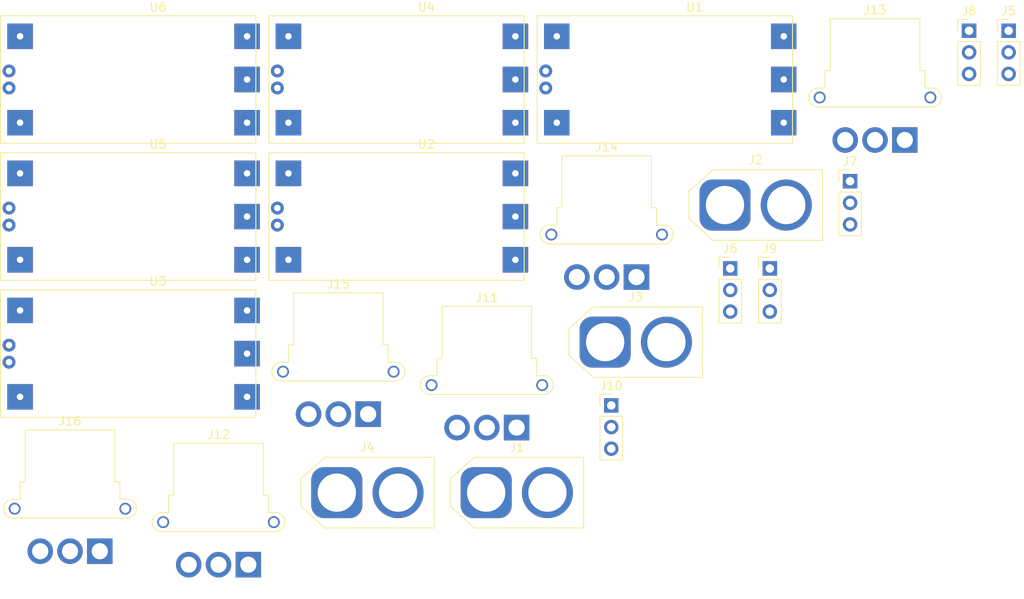
<source format=kicad_pcb>
(kicad_pcb (version 20171130) (host pcbnew "(5.1.10)-1")

  (general
    (thickness 1.6)
    (drawings 0)
    (tracks 0)
    (zones 0)
    (modules 22)
    (nets 29)
  )

  (page A4)
  (layers
    (0 F.Cu signal)
    (31 B.Cu signal)
    (32 B.Adhes user)
    (33 F.Adhes user)
    (34 B.Paste user)
    (35 F.Paste user)
    (36 B.SilkS user)
    (37 F.SilkS user)
    (38 B.Mask user)
    (39 F.Mask user)
    (40 Dwgs.User user)
    (41 Cmts.User user)
    (42 Eco1.User user)
    (43 Eco2.User user)
    (44 Edge.Cuts user)
    (45 Margin user)
    (46 B.CrtYd user)
    (47 F.CrtYd user)
    (48 B.Fab user)
    (49 F.Fab user)
  )

  (setup
    (last_trace_width 0.25)
    (trace_clearance 0.2)
    (zone_clearance 0.508)
    (zone_45_only no)
    (trace_min 0.2)
    (via_size 0.8)
    (via_drill 0.4)
    (via_min_size 0.4)
    (via_min_drill 0.3)
    (uvia_size 0.3)
    (uvia_drill 0.1)
    (uvias_allowed no)
    (uvia_min_size 0.2)
    (uvia_min_drill 0.1)
    (edge_width 0.05)
    (segment_width 0.2)
    (pcb_text_width 0.3)
    (pcb_text_size 1.5 1.5)
    (mod_edge_width 0.12)
    (mod_text_size 1 1)
    (mod_text_width 0.15)
    (pad_size 1.524 1.524)
    (pad_drill 0.762)
    (pad_to_mask_clearance 0)
    (aux_axis_origin 0 0)
    (visible_elements FFFFFF7F)
    (pcbplotparams
      (layerselection 0x010fc_ffffffff)
      (usegerberextensions false)
      (usegerberattributes true)
      (usegerberadvancedattributes true)
      (creategerberjobfile true)
      (excludeedgelayer true)
      (linewidth 0.100000)
      (plotframeref false)
      (viasonmask false)
      (mode 1)
      (useauxorigin false)
      (hpglpennumber 1)
      (hpglpenspeed 20)
      (hpglpendiameter 15.000000)
      (psnegative false)
      (psa4output false)
      (plotreference true)
      (plotvalue true)
      (plotinvisibletext false)
      (padsonsilk false)
      (subtractmaskfromsilk false)
      (outputformat 1)
      (mirror false)
      (drillshape 1)
      (scaleselection 1)
      (outputdirectory ""))
  )

  (net 0 "")
  (net 1 "Net-(J1-Pad1)")
  (net 2 "Net-(J1-Pad2)")
  (net 3 "Net-(J10-Pad2)")
  (net 4 "Net-(J10-Pad3)")
  (net 5 "Net-(J5-Pad1)")
  (net 6 "Net-(J6-Pad1)")
  (net 7 "Net-(J7-Pad1)")
  (net 8 "Net-(J8-Pad1)")
  (net 9 "Net-(J9-Pad1)")
  (net 10 "Net-(J10-Pad1)")
  (net 11 "Net-(J11-Pad3)")
  (net 12 "Net-(J11-Pad2)")
  (net 13 "Net-(J11-Pad1)")
  (net 14 "Net-(J12-Pad3)")
  (net 15 "Net-(J12-Pad2)")
  (net 16 "Net-(J12-Pad1)")
  (net 17 "Net-(J13-Pad3)")
  (net 18 "Net-(J13-Pad2)")
  (net 19 "Net-(J13-Pad1)")
  (net 20 "Net-(J14-Pad3)")
  (net 21 "Net-(J14-Pad2)")
  (net 22 "Net-(J14-Pad1)")
  (net 23 "Net-(J15-Pad3)")
  (net 24 "Net-(J15-Pad2)")
  (net 25 "Net-(J15-Pad1)")
  (net 26 "Net-(J16-Pad3)")
  (net 27 "Net-(J16-Pad2)")
  (net 28 "Net-(J16-Pad1)")

  (net_class Default "This is the default net class."
    (clearance 0.2)
    (trace_width 0.25)
    (via_dia 0.8)
    (via_drill 0.4)
    (uvia_dia 0.3)
    (uvia_drill 0.1)
    (add_net "Net-(J1-Pad1)")
    (add_net "Net-(J1-Pad2)")
    (add_net "Net-(J10-Pad1)")
    (add_net "Net-(J10-Pad2)")
    (add_net "Net-(J10-Pad3)")
    (add_net "Net-(J11-Pad1)")
    (add_net "Net-(J11-Pad2)")
    (add_net "Net-(J11-Pad3)")
    (add_net "Net-(J12-Pad1)")
    (add_net "Net-(J12-Pad2)")
    (add_net "Net-(J12-Pad3)")
    (add_net "Net-(J13-Pad1)")
    (add_net "Net-(J13-Pad2)")
    (add_net "Net-(J13-Pad3)")
    (add_net "Net-(J14-Pad1)")
    (add_net "Net-(J14-Pad2)")
    (add_net "Net-(J14-Pad3)")
    (add_net "Net-(J15-Pad1)")
    (add_net "Net-(J15-Pad2)")
    (add_net "Net-(J15-Pad3)")
    (add_net "Net-(J16-Pad1)")
    (add_net "Net-(J16-Pad2)")
    (add_net "Net-(J16-Pad3)")
    (add_net "Net-(J5-Pad1)")
    (add_net "Net-(J6-Pad1)")
    (add_net "Net-(J7-Pad1)")
    (add_net "Net-(J8-Pad1)")
    (add_net "Net-(J9-Pad1)")
  )

  (module esc:BS30D (layer F.Cu) (tedit 61730401) (tstamp 61736CB3)
    (at 90.015 88.575)
    (path /61748629)
    (fp_text reference U6 (at 3.5 -8.5) (layer F.SilkS)
      (effects (font (size 1 1) (thickness 0.15)))
    )
    (fp_text value JMT_BS30D_30A (at -3.5 -8.5) (layer F.Fab)
      (effects (font (size 1 1) (thickness 0.15)))
    )
    (fp_line (start 15 -7.5) (end -15 -7.5) (layer F.SilkS) (width 0.12))
    (fp_line (start 15 7.5) (end 15 -7.5) (layer F.SilkS) (width 0.12))
    (fp_line (start -15 7.5) (end 15 7.5) (layer F.SilkS) (width 0.12))
    (fp_line (start -15 -7.5) (end -15 7.5) (layer F.SilkS) (width 0.12))
    (pad 7 thru_hole rect (at 13.97 5.08) (size 3 3) (drill 0.762) (layers *.Cu *.Mask)
      (net 26 "Net-(J16-Pad3)"))
    (pad 6 thru_hole rect (at 13.97 0) (size 3 3) (drill 0.762) (layers *.Cu *.Mask)
      (net 27 "Net-(J16-Pad2)"))
    (pad 5 thru_hole rect (at 13.97 -5.08) (size 3 3) (drill 0.762) (layers *.Cu *.Mask)
      (net 28 "Net-(J16-Pad1)"))
    (pad 4 thru_hole rect (at -12.7 5.08) (size 3 3) (drill 0.762) (layers *.Cu *.Mask)
      (net 4 "Net-(J10-Pad3)"))
    (pad 3 thru_hole circle (at -14 1) (size 1.524 1.524) (drill 0.762) (layers *.Cu *.Mask)
      (net 4 "Net-(J10-Pad3)"))
    (pad 2 thru_hole circle (at -14 -1) (size 1.524 1.524) (drill 0.762) (layers *.Cu *.Mask)
      (net 10 "Net-(J10-Pad1)"))
    (pad 1 thru_hole rect (at -12.7 -5.08) (size 3 3) (drill 0.762) (layers *.Cu *.Mask)
      (net 3 "Net-(J10-Pad2)"))
  )

  (module esc:BS30D (layer F.Cu) (tedit 61730401) (tstamp 61736CA4)
    (at 90.015 104.695)
    (path /61742EEB)
    (fp_text reference U5 (at 3.5 -8.5) (layer F.SilkS)
      (effects (font (size 1 1) (thickness 0.15)))
    )
    (fp_text value JMT_BS30D_30A (at -3.5 -8.5) (layer F.Fab)
      (effects (font (size 1 1) (thickness 0.15)))
    )
    (fp_line (start 15 -7.5) (end -15 -7.5) (layer F.SilkS) (width 0.12))
    (fp_line (start 15 7.5) (end 15 -7.5) (layer F.SilkS) (width 0.12))
    (fp_line (start -15 7.5) (end 15 7.5) (layer F.SilkS) (width 0.12))
    (fp_line (start -15 -7.5) (end -15 7.5) (layer F.SilkS) (width 0.12))
    (pad 7 thru_hole rect (at 13.97 5.08) (size 3 3) (drill 0.762) (layers *.Cu *.Mask)
      (net 23 "Net-(J15-Pad3)"))
    (pad 6 thru_hole rect (at 13.97 0) (size 3 3) (drill 0.762) (layers *.Cu *.Mask)
      (net 24 "Net-(J15-Pad2)"))
    (pad 5 thru_hole rect (at 13.97 -5.08) (size 3 3) (drill 0.762) (layers *.Cu *.Mask)
      (net 25 "Net-(J15-Pad1)"))
    (pad 4 thru_hole rect (at -12.7 5.08) (size 3 3) (drill 0.762) (layers *.Cu *.Mask)
      (net 4 "Net-(J10-Pad3)"))
    (pad 3 thru_hole circle (at -14 1) (size 1.524 1.524) (drill 0.762) (layers *.Cu *.Mask)
      (net 4 "Net-(J10-Pad3)"))
    (pad 2 thru_hole circle (at -14 -1) (size 1.524 1.524) (drill 0.762) (layers *.Cu *.Mask)
      (net 9 "Net-(J9-Pad1)"))
    (pad 1 thru_hole rect (at -12.7 -5.08) (size 3 3) (drill 0.762) (layers *.Cu *.Mask)
      (net 3 "Net-(J10-Pad2)"))
  )

  (module esc:BS30D (layer F.Cu) (tedit 61730401) (tstamp 61736C95)
    (at 121.545 88.575)
    (path /6173E849)
    (fp_text reference U4 (at 3.5 -8.5) (layer F.SilkS)
      (effects (font (size 1 1) (thickness 0.15)))
    )
    (fp_text value JMT_BS30D_30A (at -3.5 -8.5) (layer F.Fab)
      (effects (font (size 1 1) (thickness 0.15)))
    )
    (fp_line (start 15 -7.5) (end -15 -7.5) (layer F.SilkS) (width 0.12))
    (fp_line (start 15 7.5) (end 15 -7.5) (layer F.SilkS) (width 0.12))
    (fp_line (start -15 7.5) (end 15 7.5) (layer F.SilkS) (width 0.12))
    (fp_line (start -15 -7.5) (end -15 7.5) (layer F.SilkS) (width 0.12))
    (pad 7 thru_hole rect (at 13.97 5.08) (size 3 3) (drill 0.762) (layers *.Cu *.Mask)
      (net 20 "Net-(J14-Pad3)"))
    (pad 6 thru_hole rect (at 13.97 0) (size 3 3) (drill 0.762) (layers *.Cu *.Mask)
      (net 21 "Net-(J14-Pad2)"))
    (pad 5 thru_hole rect (at 13.97 -5.08) (size 3 3) (drill 0.762) (layers *.Cu *.Mask)
      (net 22 "Net-(J14-Pad1)"))
    (pad 4 thru_hole rect (at -12.7 5.08) (size 3 3) (drill 0.762) (layers *.Cu *.Mask)
      (net 4 "Net-(J10-Pad3)"))
    (pad 3 thru_hole circle (at -14 1) (size 1.524 1.524) (drill 0.762) (layers *.Cu *.Mask)
      (net 4 "Net-(J10-Pad3)"))
    (pad 2 thru_hole circle (at -14 -1) (size 1.524 1.524) (drill 0.762) (layers *.Cu *.Mask)
      (net 8 "Net-(J8-Pad1)"))
    (pad 1 thru_hole rect (at -12.7 -5.08) (size 3 3) (drill 0.762) (layers *.Cu *.Mask)
      (net 3 "Net-(J10-Pad2)"))
  )

  (module esc:BS30D (layer F.Cu) (tedit 61730401) (tstamp 61736C86)
    (at 90.015 120.815)
    (path /61729F99)
    (fp_text reference U3 (at 3.5 -8.5) (layer F.SilkS)
      (effects (font (size 1 1) (thickness 0.15)))
    )
    (fp_text value JMT_BS30D_30A (at -3.5 -8.5) (layer F.Fab)
      (effects (font (size 1 1) (thickness 0.15)))
    )
    (fp_line (start 15 -7.5) (end -15 -7.5) (layer F.SilkS) (width 0.12))
    (fp_line (start 15 7.5) (end 15 -7.5) (layer F.SilkS) (width 0.12))
    (fp_line (start -15 7.5) (end 15 7.5) (layer F.SilkS) (width 0.12))
    (fp_line (start -15 -7.5) (end -15 7.5) (layer F.SilkS) (width 0.12))
    (pad 7 thru_hole rect (at 13.97 5.08) (size 3 3) (drill 0.762) (layers *.Cu *.Mask)
      (net 17 "Net-(J13-Pad3)"))
    (pad 6 thru_hole rect (at 13.97 0) (size 3 3) (drill 0.762) (layers *.Cu *.Mask)
      (net 18 "Net-(J13-Pad2)"))
    (pad 5 thru_hole rect (at 13.97 -5.08) (size 3 3) (drill 0.762) (layers *.Cu *.Mask)
      (net 19 "Net-(J13-Pad1)"))
    (pad 4 thru_hole rect (at -12.7 5.08) (size 3 3) (drill 0.762) (layers *.Cu *.Mask)
      (net 4 "Net-(J10-Pad3)"))
    (pad 3 thru_hole circle (at -14 1) (size 1.524 1.524) (drill 0.762) (layers *.Cu *.Mask)
      (net 4 "Net-(J10-Pad3)"))
    (pad 2 thru_hole circle (at -14 -1) (size 1.524 1.524) (drill 0.762) (layers *.Cu *.Mask)
      (net 7 "Net-(J7-Pad1)"))
    (pad 1 thru_hole rect (at -12.7 -5.08) (size 3 3) (drill 0.762) (layers *.Cu *.Mask)
      (net 3 "Net-(J10-Pad2)"))
  )

  (module esc:BS30D (layer F.Cu) (tedit 61730401) (tstamp 61736C77)
    (at 121.545 104.695)
    (path /6173564D)
    (fp_text reference U2 (at 3.5 -8.5) (layer F.SilkS)
      (effects (font (size 1 1) (thickness 0.15)))
    )
    (fp_text value JMT_BS30D_30A (at -3.5 -8.5) (layer F.Fab)
      (effects (font (size 1 1) (thickness 0.15)))
    )
    (fp_line (start 15 -7.5) (end -15 -7.5) (layer F.SilkS) (width 0.12))
    (fp_line (start 15 7.5) (end 15 -7.5) (layer F.SilkS) (width 0.12))
    (fp_line (start -15 7.5) (end 15 7.5) (layer F.SilkS) (width 0.12))
    (fp_line (start -15 -7.5) (end -15 7.5) (layer F.SilkS) (width 0.12))
    (pad 7 thru_hole rect (at 13.97 5.08) (size 3 3) (drill 0.762) (layers *.Cu *.Mask)
      (net 14 "Net-(J12-Pad3)"))
    (pad 6 thru_hole rect (at 13.97 0) (size 3 3) (drill 0.762) (layers *.Cu *.Mask)
      (net 15 "Net-(J12-Pad2)"))
    (pad 5 thru_hole rect (at 13.97 -5.08) (size 3 3) (drill 0.762) (layers *.Cu *.Mask)
      (net 16 "Net-(J12-Pad1)"))
    (pad 4 thru_hole rect (at -12.7 5.08) (size 3 3) (drill 0.762) (layers *.Cu *.Mask)
      (net 4 "Net-(J10-Pad3)"))
    (pad 3 thru_hole circle (at -14 1) (size 1.524 1.524) (drill 0.762) (layers *.Cu *.Mask)
      (net 4 "Net-(J10-Pad3)"))
    (pad 2 thru_hole circle (at -14 -1) (size 1.524 1.524) (drill 0.762) (layers *.Cu *.Mask)
      (net 6 "Net-(J6-Pad1)"))
    (pad 1 thru_hole rect (at -12.7 -5.08) (size 3 3) (drill 0.762) (layers *.Cu *.Mask)
      (net 3 "Net-(J10-Pad2)"))
  )

  (module esc:BS30D (layer F.Cu) (tedit 61730401) (tstamp 61736C68)
    (at 153.075 88.575)
    (path /61739F52)
    (fp_text reference U1 (at 3.5 -8.5) (layer F.SilkS)
      (effects (font (size 1 1) (thickness 0.15)))
    )
    (fp_text value JMT_BS30D_30A (at -3.5 -8.5) (layer F.Fab)
      (effects (font (size 1 1) (thickness 0.15)))
    )
    (fp_line (start 15 -7.5) (end -15 -7.5) (layer F.SilkS) (width 0.12))
    (fp_line (start 15 7.5) (end 15 -7.5) (layer F.SilkS) (width 0.12))
    (fp_line (start -15 7.5) (end 15 7.5) (layer F.SilkS) (width 0.12))
    (fp_line (start -15 -7.5) (end -15 7.5) (layer F.SilkS) (width 0.12))
    (pad 7 thru_hole rect (at 13.97 5.08) (size 3 3) (drill 0.762) (layers *.Cu *.Mask)
      (net 11 "Net-(J11-Pad3)"))
    (pad 6 thru_hole rect (at 13.97 0) (size 3 3) (drill 0.762) (layers *.Cu *.Mask)
      (net 12 "Net-(J11-Pad2)"))
    (pad 5 thru_hole rect (at 13.97 -5.08) (size 3 3) (drill 0.762) (layers *.Cu *.Mask)
      (net 13 "Net-(J11-Pad1)"))
    (pad 4 thru_hole rect (at -12.7 5.08) (size 3 3) (drill 0.762) (layers *.Cu *.Mask)
      (net 4 "Net-(J10-Pad3)"))
    (pad 3 thru_hole circle (at -14 1) (size 1.524 1.524) (drill 0.762) (layers *.Cu *.Mask)
      (net 4 "Net-(J10-Pad3)"))
    (pad 2 thru_hole circle (at -14 -1) (size 1.524 1.524) (drill 0.762) (layers *.Cu *.Mask)
      (net 5 "Net-(J5-Pad1)"))
    (pad 1 thru_hole rect (at -12.7 -5.08) (size 3 3) (drill 0.762) (layers *.Cu *.Mask)
      (net 3 "Net-(J10-Pad2)"))
  )

  (module Connector_AMASS:AMASS_MR30PW-FB_1x03_P3.50mm_Horizontal (layer F.Cu) (tedit 5CA75616) (tstamp 61736C59)
    (at 86.68 144.05)
    (descr "Connector XT30 Horizontal PCB Female, https://www.tme.eu/en/Document/5e47640ba39fa492dbd4c0f4c8ae7b93/MR30PW%20SPEC.pdf")
    (tags "RC Connector XT30")
    (path /617589BB)
    (fp_text reference J16 (at -3.5 -15.3) (layer F.SilkS)
      (effects (font (size 1 1) (thickness 0.15)))
    )
    (fp_text value M6 (at -3.5 3.2) (layer F.Fab)
      (effects (font (size 1 1) (thickness 0.15)))
    )
    (fp_arc (start -10.2 -5) (end -10.2 -3.89) (angle 180) (layer F.SilkS) (width 0.12))
    (fp_arc (start 3.2 -5) (end 3.2 -6.11) (angle 180) (layer F.SilkS) (width 0.12))
    (fp_arc (start 3.2 -5) (end 3.2 -6) (angle 180) (layer F.Fab) (width 0.1))
    (fp_arc (start -10.2 -5) (end -10.2 -4) (angle 180) (layer F.Fab) (width 0.1))
    (fp_text user %R (at -3.5 -2.7) (layer F.Fab)
      (effects (font (size 1 1) (thickness 0.15)))
    )
    (fp_line (start -8.65 -14.15) (end 1.65 -14.15) (layer F.Fab) (width 0.1))
    (fp_line (start 1.65 -14.15) (end 1.65 -8.05) (layer F.Fab) (width 0.1))
    (fp_line (start -8.65 -14.15) (end -8.65 -8.05) (layer F.Fab) (width 0.1))
    (fp_line (start -9.25 -8.05) (end 2.25 -8.05) (layer F.Fab) (width 0.1))
    (fp_line (start 1.76 -8.16) (end 2.36 -8.16) (layer F.SilkS) (width 0.12))
    (fp_line (start -11.7 2) (end 4.7 2) (layer F.CrtYd) (width 0.05))
    (fp_line (start -9.15 -14.65) (end 2.15 -14.65) (layer F.CrtYd) (width 0.05))
    (fp_line (start 2.15 -14.65) (end 2.15 -8.55) (layer F.CrtYd) (width 0.05))
    (fp_line (start 4.7 -8.55) (end 2.15 -8.55) (layer F.CrtYd) (width 0.05))
    (fp_line (start 4.7 -8.55) (end 4.7 2) (layer F.CrtYd) (width 0.05))
    (fp_line (start -10.2 -3.89) (end 3.2 -3.89) (layer F.SilkS) (width 0.12))
    (fp_line (start -10.2 -4) (end 3.2 -4) (layer F.Fab) (width 0.1))
    (fp_line (start 2.255 -6) (end 3.2 -6) (layer F.Fab) (width 0.1))
    (fp_line (start 2.25 -8.05) (end 2.25 -6) (layer F.Fab) (width 0.1))
    (fp_line (start -9.25 -8.05) (end -9.25 -6.05) (layer F.Fab) (width 0.1))
    (fp_line (start -10.2 -6) (end -9.25 -6) (layer F.Fab) (width 0.1))
    (fp_line (start 2.36 -8.16) (end 2.36 -6.11) (layer F.SilkS) (width 0.12))
    (fp_line (start 2.36 -6.11) (end 3.2 -6.11) (layer F.SilkS) (width 0.12))
    (fp_line (start -10.2 -6.11) (end -9.36 -6.11) (layer F.SilkS) (width 0.12))
    (fp_line (start -9.36 -8.16) (end -9.36 -6.11) (layer F.SilkS) (width 0.12))
    (fp_line (start -9.36 -8.16) (end -8.76 -8.16) (layer F.SilkS) (width 0.12))
    (fp_line (start -8.76 -14.26) (end -8.76 -8.16) (layer F.SilkS) (width 0.12))
    (fp_line (start -8.76 -14.26) (end 1.76 -14.26) (layer F.SilkS) (width 0.12))
    (fp_line (start 1.76 -14.26) (end 1.76 -8.16) (layer F.SilkS) (width 0.12))
    (fp_line (start -11.7 -8.55) (end -11.7 2) (layer F.CrtYd) (width 0.05))
    (fp_line (start -9.15 -8.55) (end -11.7 -8.55) (layer F.CrtYd) (width 0.05))
    (fp_line (start -9.15 -14.65) (end -9.15 -8.55) (layer F.CrtYd) (width 0.05))
    (fp_line (start -1.75 -14.15) (end -1.75 -8.05) (layer F.Fab) (width 0.1))
    (pad 3 thru_hole circle (at -7 0) (size 3 3) (drill 1.9) (layers *.Cu *.Mask)
      (net 26 "Net-(J16-Pad3)"))
    (pad 2 thru_hole circle (at -3.5 0) (size 3 3) (drill 1.9) (layers *.Cu *.Mask)
      (net 27 "Net-(J16-Pad2)"))
    (pad 1 thru_hole rect (at 0 0) (size 3 3) (drill 1.9) (layers *.Cu *.Mask)
      (net 28 "Net-(J16-Pad1)"))
    (pad "" thru_hole circle (at -10 -5) (size 1.4 1.4) (drill 1) (layers *.Cu *.Mask))
    (pad "" thru_hole circle (at 3 -5 90) (size 1.4 1.4) (drill 1) (layers *.Cu *.Mask))
    (model ${KISYS3DMOD}/Connector_AMASS.3dshapes/AMASS_MR30PW-FB_1x03_P3.50mm_Horizontal.wrl
      (at (xyz 0 0 0))
      (scale (xyz 1 1 1))
      (rotate (xyz 0 0 0))
    )
  )

  (module Connector_AMASS:AMASS_MR30PW-FB_1x03_P3.50mm_Horizontal (layer F.Cu) (tedit 5CA75616) (tstamp 61736C2F)
    (at 118.21 127.93)
    (descr "Connector XT30 Horizontal PCB Female, https://www.tme.eu/en/Document/5e47640ba39fa492dbd4c0f4c8ae7b93/MR30PW%20SPEC.pdf")
    (tags "RC Connector XT30")
    (path /617589AE)
    (fp_text reference J15 (at -3.5 -15.3) (layer F.SilkS)
      (effects (font (size 1 1) (thickness 0.15)))
    )
    (fp_text value M5 (at -3.5 3.2) (layer F.Fab)
      (effects (font (size 1 1) (thickness 0.15)))
    )
    (fp_arc (start -10.2 -5) (end -10.2 -3.89) (angle 180) (layer F.SilkS) (width 0.12))
    (fp_arc (start 3.2 -5) (end 3.2 -6.11) (angle 180) (layer F.SilkS) (width 0.12))
    (fp_arc (start 3.2 -5) (end 3.2 -6) (angle 180) (layer F.Fab) (width 0.1))
    (fp_arc (start -10.2 -5) (end -10.2 -4) (angle 180) (layer F.Fab) (width 0.1))
    (fp_text user %R (at -3.5 -2.7) (layer F.Fab)
      (effects (font (size 1 1) (thickness 0.15)))
    )
    (fp_line (start -8.65 -14.15) (end 1.65 -14.15) (layer F.Fab) (width 0.1))
    (fp_line (start 1.65 -14.15) (end 1.65 -8.05) (layer F.Fab) (width 0.1))
    (fp_line (start -8.65 -14.15) (end -8.65 -8.05) (layer F.Fab) (width 0.1))
    (fp_line (start -9.25 -8.05) (end 2.25 -8.05) (layer F.Fab) (width 0.1))
    (fp_line (start 1.76 -8.16) (end 2.36 -8.16) (layer F.SilkS) (width 0.12))
    (fp_line (start -11.7 2) (end 4.7 2) (layer F.CrtYd) (width 0.05))
    (fp_line (start -9.15 -14.65) (end 2.15 -14.65) (layer F.CrtYd) (width 0.05))
    (fp_line (start 2.15 -14.65) (end 2.15 -8.55) (layer F.CrtYd) (width 0.05))
    (fp_line (start 4.7 -8.55) (end 2.15 -8.55) (layer F.CrtYd) (width 0.05))
    (fp_line (start 4.7 -8.55) (end 4.7 2) (layer F.CrtYd) (width 0.05))
    (fp_line (start -10.2 -3.89) (end 3.2 -3.89) (layer F.SilkS) (width 0.12))
    (fp_line (start -10.2 -4) (end 3.2 -4) (layer F.Fab) (width 0.1))
    (fp_line (start 2.255 -6) (end 3.2 -6) (layer F.Fab) (width 0.1))
    (fp_line (start 2.25 -8.05) (end 2.25 -6) (layer F.Fab) (width 0.1))
    (fp_line (start -9.25 -8.05) (end -9.25 -6.05) (layer F.Fab) (width 0.1))
    (fp_line (start -10.2 -6) (end -9.25 -6) (layer F.Fab) (width 0.1))
    (fp_line (start 2.36 -8.16) (end 2.36 -6.11) (layer F.SilkS) (width 0.12))
    (fp_line (start 2.36 -6.11) (end 3.2 -6.11) (layer F.SilkS) (width 0.12))
    (fp_line (start -10.2 -6.11) (end -9.36 -6.11) (layer F.SilkS) (width 0.12))
    (fp_line (start -9.36 -8.16) (end -9.36 -6.11) (layer F.SilkS) (width 0.12))
    (fp_line (start -9.36 -8.16) (end -8.76 -8.16) (layer F.SilkS) (width 0.12))
    (fp_line (start -8.76 -14.26) (end -8.76 -8.16) (layer F.SilkS) (width 0.12))
    (fp_line (start -8.76 -14.26) (end 1.76 -14.26) (layer F.SilkS) (width 0.12))
    (fp_line (start 1.76 -14.26) (end 1.76 -8.16) (layer F.SilkS) (width 0.12))
    (fp_line (start -11.7 -8.55) (end -11.7 2) (layer F.CrtYd) (width 0.05))
    (fp_line (start -9.15 -8.55) (end -11.7 -8.55) (layer F.CrtYd) (width 0.05))
    (fp_line (start -9.15 -14.65) (end -9.15 -8.55) (layer F.CrtYd) (width 0.05))
    (fp_line (start -1.75 -14.15) (end -1.75 -8.05) (layer F.Fab) (width 0.1))
    (pad 3 thru_hole circle (at -7 0) (size 3 3) (drill 1.9) (layers *.Cu *.Mask)
      (net 23 "Net-(J15-Pad3)"))
    (pad 2 thru_hole circle (at -3.5 0) (size 3 3) (drill 1.9) (layers *.Cu *.Mask)
      (net 24 "Net-(J15-Pad2)"))
    (pad 1 thru_hole rect (at 0 0) (size 3 3) (drill 1.9) (layers *.Cu *.Mask)
      (net 25 "Net-(J15-Pad1)"))
    (pad "" thru_hole circle (at -10 -5) (size 1.4 1.4) (drill 1) (layers *.Cu *.Mask))
    (pad "" thru_hole circle (at 3 -5 90) (size 1.4 1.4) (drill 1) (layers *.Cu *.Mask))
    (model ${KISYS3DMOD}/Connector_AMASS.3dshapes/AMASS_MR30PW-FB_1x03_P3.50mm_Horizontal.wrl
      (at (xyz 0 0 0))
      (scale (xyz 1 1 1))
      (rotate (xyz 0 0 0))
    )
  )

  (module Connector_AMASS:AMASS_MR30PW-FB_1x03_P3.50mm_Horizontal (layer F.Cu) (tedit 5CA75616) (tstamp 61736C05)
    (at 149.74 111.81)
    (descr "Connector XT30 Horizontal PCB Female, https://www.tme.eu/en/Document/5e47640ba39fa492dbd4c0f4c8ae7b93/MR30PW%20SPEC.pdf")
    (tags "RC Connector XT30")
    (path /6174E8B9)
    (fp_text reference J14 (at -3.5 -15.3) (layer F.SilkS)
      (effects (font (size 1 1) (thickness 0.15)))
    )
    (fp_text value M4 (at -3.5 3.2) (layer F.Fab)
      (effects (font (size 1 1) (thickness 0.15)))
    )
    (fp_arc (start -10.2 -5) (end -10.2 -3.89) (angle 180) (layer F.SilkS) (width 0.12))
    (fp_arc (start 3.2 -5) (end 3.2 -6.11) (angle 180) (layer F.SilkS) (width 0.12))
    (fp_arc (start 3.2 -5) (end 3.2 -6) (angle 180) (layer F.Fab) (width 0.1))
    (fp_arc (start -10.2 -5) (end -10.2 -4) (angle 180) (layer F.Fab) (width 0.1))
    (fp_text user %R (at -3.5 -2.7) (layer F.Fab)
      (effects (font (size 1 1) (thickness 0.15)))
    )
    (fp_line (start -8.65 -14.15) (end 1.65 -14.15) (layer F.Fab) (width 0.1))
    (fp_line (start 1.65 -14.15) (end 1.65 -8.05) (layer F.Fab) (width 0.1))
    (fp_line (start -8.65 -14.15) (end -8.65 -8.05) (layer F.Fab) (width 0.1))
    (fp_line (start -9.25 -8.05) (end 2.25 -8.05) (layer F.Fab) (width 0.1))
    (fp_line (start 1.76 -8.16) (end 2.36 -8.16) (layer F.SilkS) (width 0.12))
    (fp_line (start -11.7 2) (end 4.7 2) (layer F.CrtYd) (width 0.05))
    (fp_line (start -9.15 -14.65) (end 2.15 -14.65) (layer F.CrtYd) (width 0.05))
    (fp_line (start 2.15 -14.65) (end 2.15 -8.55) (layer F.CrtYd) (width 0.05))
    (fp_line (start 4.7 -8.55) (end 2.15 -8.55) (layer F.CrtYd) (width 0.05))
    (fp_line (start 4.7 -8.55) (end 4.7 2) (layer F.CrtYd) (width 0.05))
    (fp_line (start -10.2 -3.89) (end 3.2 -3.89) (layer F.SilkS) (width 0.12))
    (fp_line (start -10.2 -4) (end 3.2 -4) (layer F.Fab) (width 0.1))
    (fp_line (start 2.255 -6) (end 3.2 -6) (layer F.Fab) (width 0.1))
    (fp_line (start 2.25 -8.05) (end 2.25 -6) (layer F.Fab) (width 0.1))
    (fp_line (start -9.25 -8.05) (end -9.25 -6.05) (layer F.Fab) (width 0.1))
    (fp_line (start -10.2 -6) (end -9.25 -6) (layer F.Fab) (width 0.1))
    (fp_line (start 2.36 -8.16) (end 2.36 -6.11) (layer F.SilkS) (width 0.12))
    (fp_line (start 2.36 -6.11) (end 3.2 -6.11) (layer F.SilkS) (width 0.12))
    (fp_line (start -10.2 -6.11) (end -9.36 -6.11) (layer F.SilkS) (width 0.12))
    (fp_line (start -9.36 -8.16) (end -9.36 -6.11) (layer F.SilkS) (width 0.12))
    (fp_line (start -9.36 -8.16) (end -8.76 -8.16) (layer F.SilkS) (width 0.12))
    (fp_line (start -8.76 -14.26) (end -8.76 -8.16) (layer F.SilkS) (width 0.12))
    (fp_line (start -8.76 -14.26) (end 1.76 -14.26) (layer F.SilkS) (width 0.12))
    (fp_line (start 1.76 -14.26) (end 1.76 -8.16) (layer F.SilkS) (width 0.12))
    (fp_line (start -11.7 -8.55) (end -11.7 2) (layer F.CrtYd) (width 0.05))
    (fp_line (start -9.15 -8.55) (end -11.7 -8.55) (layer F.CrtYd) (width 0.05))
    (fp_line (start -9.15 -14.65) (end -9.15 -8.55) (layer F.CrtYd) (width 0.05))
    (fp_line (start -1.75 -14.15) (end -1.75 -8.05) (layer F.Fab) (width 0.1))
    (pad 3 thru_hole circle (at -7 0) (size 3 3) (drill 1.9) (layers *.Cu *.Mask)
      (net 20 "Net-(J14-Pad3)"))
    (pad 2 thru_hole circle (at -3.5 0) (size 3 3) (drill 1.9) (layers *.Cu *.Mask)
      (net 21 "Net-(J14-Pad2)"))
    (pad 1 thru_hole rect (at 0 0) (size 3 3) (drill 1.9) (layers *.Cu *.Mask)
      (net 22 "Net-(J14-Pad1)"))
    (pad "" thru_hole circle (at -10 -5) (size 1.4 1.4) (drill 1) (layers *.Cu *.Mask))
    (pad "" thru_hole circle (at 3 -5 90) (size 1.4 1.4) (drill 1) (layers *.Cu *.Mask))
    (model ${KISYS3DMOD}/Connector_AMASS.3dshapes/AMASS_MR30PW-FB_1x03_P3.50mm_Horizontal.wrl
      (at (xyz 0 0 0))
      (scale (xyz 1 1 1))
      (rotate (xyz 0 0 0))
    )
  )

  (module Connector_AMASS:AMASS_MR30PW-FB_1x03_P3.50mm_Horizontal (layer F.Cu) (tedit 5CA75616) (tstamp 61736BDB)
    (at 181.27 95.69)
    (descr "Connector XT30 Horizontal PCB Female, https://www.tme.eu/en/Document/5e47640ba39fa492dbd4c0f4c8ae7b93/MR30PW%20SPEC.pdf")
    (tags "RC Connector XT30")
    (path /6174D549)
    (fp_text reference J13 (at -3.5 -15.3) (layer F.SilkS)
      (effects (font (size 1 1) (thickness 0.15)))
    )
    (fp_text value M3 (at -3.5 3.2) (layer F.Fab)
      (effects (font (size 1 1) (thickness 0.15)))
    )
    (fp_arc (start -10.2 -5) (end -10.2 -3.89) (angle 180) (layer F.SilkS) (width 0.12))
    (fp_arc (start 3.2 -5) (end 3.2 -6.11) (angle 180) (layer F.SilkS) (width 0.12))
    (fp_arc (start 3.2 -5) (end 3.2 -6) (angle 180) (layer F.Fab) (width 0.1))
    (fp_arc (start -10.2 -5) (end -10.2 -4) (angle 180) (layer F.Fab) (width 0.1))
    (fp_text user %R (at -3.5 -2.7) (layer F.Fab)
      (effects (font (size 1 1) (thickness 0.15)))
    )
    (fp_line (start -8.65 -14.15) (end 1.65 -14.15) (layer F.Fab) (width 0.1))
    (fp_line (start 1.65 -14.15) (end 1.65 -8.05) (layer F.Fab) (width 0.1))
    (fp_line (start -8.65 -14.15) (end -8.65 -8.05) (layer F.Fab) (width 0.1))
    (fp_line (start -9.25 -8.05) (end 2.25 -8.05) (layer F.Fab) (width 0.1))
    (fp_line (start 1.76 -8.16) (end 2.36 -8.16) (layer F.SilkS) (width 0.12))
    (fp_line (start -11.7 2) (end 4.7 2) (layer F.CrtYd) (width 0.05))
    (fp_line (start -9.15 -14.65) (end 2.15 -14.65) (layer F.CrtYd) (width 0.05))
    (fp_line (start 2.15 -14.65) (end 2.15 -8.55) (layer F.CrtYd) (width 0.05))
    (fp_line (start 4.7 -8.55) (end 2.15 -8.55) (layer F.CrtYd) (width 0.05))
    (fp_line (start 4.7 -8.55) (end 4.7 2) (layer F.CrtYd) (width 0.05))
    (fp_line (start -10.2 -3.89) (end 3.2 -3.89) (layer F.SilkS) (width 0.12))
    (fp_line (start -10.2 -4) (end 3.2 -4) (layer F.Fab) (width 0.1))
    (fp_line (start 2.255 -6) (end 3.2 -6) (layer F.Fab) (width 0.1))
    (fp_line (start 2.25 -8.05) (end 2.25 -6) (layer F.Fab) (width 0.1))
    (fp_line (start -9.25 -8.05) (end -9.25 -6.05) (layer F.Fab) (width 0.1))
    (fp_line (start -10.2 -6) (end -9.25 -6) (layer F.Fab) (width 0.1))
    (fp_line (start 2.36 -8.16) (end 2.36 -6.11) (layer F.SilkS) (width 0.12))
    (fp_line (start 2.36 -6.11) (end 3.2 -6.11) (layer F.SilkS) (width 0.12))
    (fp_line (start -10.2 -6.11) (end -9.36 -6.11) (layer F.SilkS) (width 0.12))
    (fp_line (start -9.36 -8.16) (end -9.36 -6.11) (layer F.SilkS) (width 0.12))
    (fp_line (start -9.36 -8.16) (end -8.76 -8.16) (layer F.SilkS) (width 0.12))
    (fp_line (start -8.76 -14.26) (end -8.76 -8.16) (layer F.SilkS) (width 0.12))
    (fp_line (start -8.76 -14.26) (end 1.76 -14.26) (layer F.SilkS) (width 0.12))
    (fp_line (start 1.76 -14.26) (end 1.76 -8.16) (layer F.SilkS) (width 0.12))
    (fp_line (start -11.7 -8.55) (end -11.7 2) (layer F.CrtYd) (width 0.05))
    (fp_line (start -9.15 -8.55) (end -11.7 -8.55) (layer F.CrtYd) (width 0.05))
    (fp_line (start -9.15 -14.65) (end -9.15 -8.55) (layer F.CrtYd) (width 0.05))
    (fp_line (start -1.75 -14.15) (end -1.75 -8.05) (layer F.Fab) (width 0.1))
    (pad 3 thru_hole circle (at -7 0) (size 3 3) (drill 1.9) (layers *.Cu *.Mask)
      (net 17 "Net-(J13-Pad3)"))
    (pad 2 thru_hole circle (at -3.5 0) (size 3 3) (drill 1.9) (layers *.Cu *.Mask)
      (net 18 "Net-(J13-Pad2)"))
    (pad 1 thru_hole rect (at 0 0) (size 3 3) (drill 1.9) (layers *.Cu *.Mask)
      (net 19 "Net-(J13-Pad1)"))
    (pad "" thru_hole circle (at -10 -5) (size 1.4 1.4) (drill 1) (layers *.Cu *.Mask))
    (pad "" thru_hole circle (at 3 -5 90) (size 1.4 1.4) (drill 1) (layers *.Cu *.Mask))
    (model ${KISYS3DMOD}/Connector_AMASS.3dshapes/AMASS_MR30PW-FB_1x03_P3.50mm_Horizontal.wrl
      (at (xyz 0 0 0))
      (scale (xyz 1 1 1))
      (rotate (xyz 0 0 0))
    )
  )

  (module Connector_AMASS:AMASS_MR30PW-FB_1x03_P3.50mm_Horizontal (layer F.Cu) (tedit 5CA75616) (tstamp 61736BB1)
    (at 104.13 145.63)
    (descr "Connector XT30 Horizontal PCB Female, https://www.tme.eu/en/Document/5e47640ba39fa492dbd4c0f4c8ae7b93/MR30PW%20SPEC.pdf")
    (tags "RC Connector XT30")
    (path /6174BF8B)
    (fp_text reference J12 (at -3.5 -15.3) (layer F.SilkS)
      (effects (font (size 1 1) (thickness 0.15)))
    )
    (fp_text value M2 (at -3.5 3.2) (layer F.Fab)
      (effects (font (size 1 1) (thickness 0.15)))
    )
    (fp_arc (start -10.2 -5) (end -10.2 -3.89) (angle 180) (layer F.SilkS) (width 0.12))
    (fp_arc (start 3.2 -5) (end 3.2 -6.11) (angle 180) (layer F.SilkS) (width 0.12))
    (fp_arc (start 3.2 -5) (end 3.2 -6) (angle 180) (layer F.Fab) (width 0.1))
    (fp_arc (start -10.2 -5) (end -10.2 -4) (angle 180) (layer F.Fab) (width 0.1))
    (fp_text user %R (at -3.5 -2.7) (layer F.Fab)
      (effects (font (size 1 1) (thickness 0.15)))
    )
    (fp_line (start -8.65 -14.15) (end 1.65 -14.15) (layer F.Fab) (width 0.1))
    (fp_line (start 1.65 -14.15) (end 1.65 -8.05) (layer F.Fab) (width 0.1))
    (fp_line (start -8.65 -14.15) (end -8.65 -8.05) (layer F.Fab) (width 0.1))
    (fp_line (start -9.25 -8.05) (end 2.25 -8.05) (layer F.Fab) (width 0.1))
    (fp_line (start 1.76 -8.16) (end 2.36 -8.16) (layer F.SilkS) (width 0.12))
    (fp_line (start -11.7 2) (end 4.7 2) (layer F.CrtYd) (width 0.05))
    (fp_line (start -9.15 -14.65) (end 2.15 -14.65) (layer F.CrtYd) (width 0.05))
    (fp_line (start 2.15 -14.65) (end 2.15 -8.55) (layer F.CrtYd) (width 0.05))
    (fp_line (start 4.7 -8.55) (end 2.15 -8.55) (layer F.CrtYd) (width 0.05))
    (fp_line (start 4.7 -8.55) (end 4.7 2) (layer F.CrtYd) (width 0.05))
    (fp_line (start -10.2 -3.89) (end 3.2 -3.89) (layer F.SilkS) (width 0.12))
    (fp_line (start -10.2 -4) (end 3.2 -4) (layer F.Fab) (width 0.1))
    (fp_line (start 2.255 -6) (end 3.2 -6) (layer F.Fab) (width 0.1))
    (fp_line (start 2.25 -8.05) (end 2.25 -6) (layer F.Fab) (width 0.1))
    (fp_line (start -9.25 -8.05) (end -9.25 -6.05) (layer F.Fab) (width 0.1))
    (fp_line (start -10.2 -6) (end -9.25 -6) (layer F.Fab) (width 0.1))
    (fp_line (start 2.36 -8.16) (end 2.36 -6.11) (layer F.SilkS) (width 0.12))
    (fp_line (start 2.36 -6.11) (end 3.2 -6.11) (layer F.SilkS) (width 0.12))
    (fp_line (start -10.2 -6.11) (end -9.36 -6.11) (layer F.SilkS) (width 0.12))
    (fp_line (start -9.36 -8.16) (end -9.36 -6.11) (layer F.SilkS) (width 0.12))
    (fp_line (start -9.36 -8.16) (end -8.76 -8.16) (layer F.SilkS) (width 0.12))
    (fp_line (start -8.76 -14.26) (end -8.76 -8.16) (layer F.SilkS) (width 0.12))
    (fp_line (start -8.76 -14.26) (end 1.76 -14.26) (layer F.SilkS) (width 0.12))
    (fp_line (start 1.76 -14.26) (end 1.76 -8.16) (layer F.SilkS) (width 0.12))
    (fp_line (start -11.7 -8.55) (end -11.7 2) (layer F.CrtYd) (width 0.05))
    (fp_line (start -9.15 -8.55) (end -11.7 -8.55) (layer F.CrtYd) (width 0.05))
    (fp_line (start -9.15 -14.65) (end -9.15 -8.55) (layer F.CrtYd) (width 0.05))
    (fp_line (start -1.75 -14.15) (end -1.75 -8.05) (layer F.Fab) (width 0.1))
    (pad 3 thru_hole circle (at -7 0) (size 3 3) (drill 1.9) (layers *.Cu *.Mask)
      (net 14 "Net-(J12-Pad3)"))
    (pad 2 thru_hole circle (at -3.5 0) (size 3 3) (drill 1.9) (layers *.Cu *.Mask)
      (net 15 "Net-(J12-Pad2)"))
    (pad 1 thru_hole rect (at 0 0) (size 3 3) (drill 1.9) (layers *.Cu *.Mask)
      (net 16 "Net-(J12-Pad1)"))
    (pad "" thru_hole circle (at -10 -5) (size 1.4 1.4) (drill 1) (layers *.Cu *.Mask))
    (pad "" thru_hole circle (at 3 -5 90) (size 1.4 1.4) (drill 1) (layers *.Cu *.Mask))
    (model ${KISYS3DMOD}/Connector_AMASS.3dshapes/AMASS_MR30PW-FB_1x03_P3.50mm_Horizontal.wrl
      (at (xyz 0 0 0))
      (scale (xyz 1 1 1))
      (rotate (xyz 0 0 0))
    )
  )

  (module Connector_AMASS:AMASS_MR30PW-FB_1x03_P3.50mm_Horizontal (layer F.Cu) (tedit 5CA75616) (tstamp 61736B87)
    (at 135.66 129.51)
    (descr "Connector XT30 Horizontal PCB Female, https://www.tme.eu/en/Document/5e47640ba39fa492dbd4c0f4c8ae7b93/MR30PW%20SPEC.pdf")
    (tags "RC Connector XT30")
    (path /617496C2)
    (fp_text reference J11 (at -3.5 -15.3) (layer F.SilkS)
      (effects (font (size 1 1) (thickness 0.15)))
    )
    (fp_text value M1 (at -3.5 3.2) (layer F.Fab)
      (effects (font (size 1 1) (thickness 0.15)))
    )
    (fp_arc (start -10.2 -5) (end -10.2 -3.89) (angle 180) (layer F.SilkS) (width 0.12))
    (fp_arc (start 3.2 -5) (end 3.2 -6.11) (angle 180) (layer F.SilkS) (width 0.12))
    (fp_arc (start 3.2 -5) (end 3.2 -6) (angle 180) (layer F.Fab) (width 0.1))
    (fp_arc (start -10.2 -5) (end -10.2 -4) (angle 180) (layer F.Fab) (width 0.1))
    (fp_text user %R (at -3.5 -2.7) (layer F.Fab)
      (effects (font (size 1 1) (thickness 0.15)))
    )
    (fp_line (start -8.65 -14.15) (end 1.65 -14.15) (layer F.Fab) (width 0.1))
    (fp_line (start 1.65 -14.15) (end 1.65 -8.05) (layer F.Fab) (width 0.1))
    (fp_line (start -8.65 -14.15) (end -8.65 -8.05) (layer F.Fab) (width 0.1))
    (fp_line (start -9.25 -8.05) (end 2.25 -8.05) (layer F.Fab) (width 0.1))
    (fp_line (start 1.76 -8.16) (end 2.36 -8.16) (layer F.SilkS) (width 0.12))
    (fp_line (start -11.7 2) (end 4.7 2) (layer F.CrtYd) (width 0.05))
    (fp_line (start -9.15 -14.65) (end 2.15 -14.65) (layer F.CrtYd) (width 0.05))
    (fp_line (start 2.15 -14.65) (end 2.15 -8.55) (layer F.CrtYd) (width 0.05))
    (fp_line (start 4.7 -8.55) (end 2.15 -8.55) (layer F.CrtYd) (width 0.05))
    (fp_line (start 4.7 -8.55) (end 4.7 2) (layer F.CrtYd) (width 0.05))
    (fp_line (start -10.2 -3.89) (end 3.2 -3.89) (layer F.SilkS) (width 0.12))
    (fp_line (start -10.2 -4) (end 3.2 -4) (layer F.Fab) (width 0.1))
    (fp_line (start 2.255 -6) (end 3.2 -6) (layer F.Fab) (width 0.1))
    (fp_line (start 2.25 -8.05) (end 2.25 -6) (layer F.Fab) (width 0.1))
    (fp_line (start -9.25 -8.05) (end -9.25 -6.05) (layer F.Fab) (width 0.1))
    (fp_line (start -10.2 -6) (end -9.25 -6) (layer F.Fab) (width 0.1))
    (fp_line (start 2.36 -8.16) (end 2.36 -6.11) (layer F.SilkS) (width 0.12))
    (fp_line (start 2.36 -6.11) (end 3.2 -6.11) (layer F.SilkS) (width 0.12))
    (fp_line (start -10.2 -6.11) (end -9.36 -6.11) (layer F.SilkS) (width 0.12))
    (fp_line (start -9.36 -8.16) (end -9.36 -6.11) (layer F.SilkS) (width 0.12))
    (fp_line (start -9.36 -8.16) (end -8.76 -8.16) (layer F.SilkS) (width 0.12))
    (fp_line (start -8.76 -14.26) (end -8.76 -8.16) (layer F.SilkS) (width 0.12))
    (fp_line (start -8.76 -14.26) (end 1.76 -14.26) (layer F.SilkS) (width 0.12))
    (fp_line (start 1.76 -14.26) (end 1.76 -8.16) (layer F.SilkS) (width 0.12))
    (fp_line (start -11.7 -8.55) (end -11.7 2) (layer F.CrtYd) (width 0.05))
    (fp_line (start -9.15 -8.55) (end -11.7 -8.55) (layer F.CrtYd) (width 0.05))
    (fp_line (start -9.15 -14.65) (end -9.15 -8.55) (layer F.CrtYd) (width 0.05))
    (fp_line (start -1.75 -14.15) (end -1.75 -8.05) (layer F.Fab) (width 0.1))
    (pad 3 thru_hole circle (at -7 0) (size 3 3) (drill 1.9) (layers *.Cu *.Mask)
      (net 11 "Net-(J11-Pad3)"))
    (pad 2 thru_hole circle (at -3.5 0) (size 3 3) (drill 1.9) (layers *.Cu *.Mask)
      (net 12 "Net-(J11-Pad2)"))
    (pad 1 thru_hole rect (at 0 0) (size 3 3) (drill 1.9) (layers *.Cu *.Mask)
      (net 13 "Net-(J11-Pad1)"))
    (pad "" thru_hole circle (at -10 -5) (size 1.4 1.4) (drill 1) (layers *.Cu *.Mask))
    (pad "" thru_hole circle (at 3 -5 90) (size 1.4 1.4) (drill 1) (layers *.Cu *.Mask))
    (model ${KISYS3DMOD}/Connector_AMASS.3dshapes/AMASS_MR30PW-FB_1x03_P3.50mm_Horizontal.wrl
      (at (xyz 0 0 0))
      (scale (xyz 1 1 1))
      (rotate (xyz 0 0 0))
    )
  )

  (module Connector_PinHeader_2.54mm:PinHeader_1x03_P2.54mm_Vertical (layer F.Cu) (tedit 59FED5CC) (tstamp 61736B5D)
    (at 146.78 126.91)
    (descr "Through hole straight pin header, 1x03, 2.54mm pitch, single row")
    (tags "Through hole pin header THT 1x03 2.54mm single row")
    (path /61779F32)
    (fp_text reference J10 (at 0 -2.33) (layer F.SilkS)
      (effects (font (size 1 1) (thickness 0.15)))
    )
    (fp_text value M6 (at 0 7.41) (layer F.Fab)
      (effects (font (size 1 1) (thickness 0.15)))
    )
    (fp_text user %R (at 0 2.54 90) (layer F.Fab)
      (effects (font (size 1 1) (thickness 0.15)))
    )
    (fp_line (start -0.635 -1.27) (end 1.27 -1.27) (layer F.Fab) (width 0.1))
    (fp_line (start 1.27 -1.27) (end 1.27 6.35) (layer F.Fab) (width 0.1))
    (fp_line (start 1.27 6.35) (end -1.27 6.35) (layer F.Fab) (width 0.1))
    (fp_line (start -1.27 6.35) (end -1.27 -0.635) (layer F.Fab) (width 0.1))
    (fp_line (start -1.27 -0.635) (end -0.635 -1.27) (layer F.Fab) (width 0.1))
    (fp_line (start -1.33 6.41) (end 1.33 6.41) (layer F.SilkS) (width 0.12))
    (fp_line (start -1.33 1.27) (end -1.33 6.41) (layer F.SilkS) (width 0.12))
    (fp_line (start 1.33 1.27) (end 1.33 6.41) (layer F.SilkS) (width 0.12))
    (fp_line (start -1.33 1.27) (end 1.33 1.27) (layer F.SilkS) (width 0.12))
    (fp_line (start -1.33 0) (end -1.33 -1.33) (layer F.SilkS) (width 0.12))
    (fp_line (start -1.33 -1.33) (end 0 -1.33) (layer F.SilkS) (width 0.12))
    (fp_line (start -1.8 -1.8) (end -1.8 6.85) (layer F.CrtYd) (width 0.05))
    (fp_line (start -1.8 6.85) (end 1.8 6.85) (layer F.CrtYd) (width 0.05))
    (fp_line (start 1.8 6.85) (end 1.8 -1.8) (layer F.CrtYd) (width 0.05))
    (fp_line (start 1.8 -1.8) (end -1.8 -1.8) (layer F.CrtYd) (width 0.05))
    (pad 3 thru_hole oval (at 0 5.08) (size 1.7 1.7) (drill 1) (layers *.Cu *.Mask)
      (net 4 "Net-(J10-Pad3)"))
    (pad 2 thru_hole oval (at 0 2.54) (size 1.7 1.7) (drill 1) (layers *.Cu *.Mask)
      (net 3 "Net-(J10-Pad2)"))
    (pad 1 thru_hole rect (at 0 0) (size 1.7 1.7) (drill 1) (layers *.Cu *.Mask)
      (net 10 "Net-(J10-Pad1)"))
    (model ${KISYS3DMOD}/Connector_PinHeader_2.54mm.3dshapes/PinHeader_1x03_P2.54mm_Vertical.wrl
      (at (xyz 0 0 0))
      (scale (xyz 1 1 1))
      (rotate (xyz 0 0 0))
    )
  )

  (module Connector_PinHeader_2.54mm:PinHeader_1x03_P2.54mm_Vertical (layer F.Cu) (tedit 59FED5CC) (tstamp 61736B46)
    (at 165.41 110.79)
    (descr "Through hole straight pin header, 1x03, 2.54mm pitch, single row")
    (tags "Through hole pin header THT 1x03 2.54mm single row")
    (path /61779F2C)
    (fp_text reference J9 (at 0 -2.33) (layer F.SilkS)
      (effects (font (size 1 1) (thickness 0.15)))
    )
    (fp_text value M5 (at 0 7.41) (layer F.Fab)
      (effects (font (size 1 1) (thickness 0.15)))
    )
    (fp_text user %R (at 0 2.54 90) (layer F.Fab)
      (effects (font (size 1 1) (thickness 0.15)))
    )
    (fp_line (start -0.635 -1.27) (end 1.27 -1.27) (layer F.Fab) (width 0.1))
    (fp_line (start 1.27 -1.27) (end 1.27 6.35) (layer F.Fab) (width 0.1))
    (fp_line (start 1.27 6.35) (end -1.27 6.35) (layer F.Fab) (width 0.1))
    (fp_line (start -1.27 6.35) (end -1.27 -0.635) (layer F.Fab) (width 0.1))
    (fp_line (start -1.27 -0.635) (end -0.635 -1.27) (layer F.Fab) (width 0.1))
    (fp_line (start -1.33 6.41) (end 1.33 6.41) (layer F.SilkS) (width 0.12))
    (fp_line (start -1.33 1.27) (end -1.33 6.41) (layer F.SilkS) (width 0.12))
    (fp_line (start 1.33 1.27) (end 1.33 6.41) (layer F.SilkS) (width 0.12))
    (fp_line (start -1.33 1.27) (end 1.33 1.27) (layer F.SilkS) (width 0.12))
    (fp_line (start -1.33 0) (end -1.33 -1.33) (layer F.SilkS) (width 0.12))
    (fp_line (start -1.33 -1.33) (end 0 -1.33) (layer F.SilkS) (width 0.12))
    (fp_line (start -1.8 -1.8) (end -1.8 6.85) (layer F.CrtYd) (width 0.05))
    (fp_line (start -1.8 6.85) (end 1.8 6.85) (layer F.CrtYd) (width 0.05))
    (fp_line (start 1.8 6.85) (end 1.8 -1.8) (layer F.CrtYd) (width 0.05))
    (fp_line (start 1.8 -1.8) (end -1.8 -1.8) (layer F.CrtYd) (width 0.05))
    (pad 3 thru_hole oval (at 0 5.08) (size 1.7 1.7) (drill 1) (layers *.Cu *.Mask)
      (net 4 "Net-(J10-Pad3)"))
    (pad 2 thru_hole oval (at 0 2.54) (size 1.7 1.7) (drill 1) (layers *.Cu *.Mask)
      (net 3 "Net-(J10-Pad2)"))
    (pad 1 thru_hole rect (at 0 0) (size 1.7 1.7) (drill 1) (layers *.Cu *.Mask)
      (net 9 "Net-(J9-Pad1)"))
    (model ${KISYS3DMOD}/Connector_PinHeader_2.54mm.3dshapes/PinHeader_1x03_P2.54mm_Vertical.wrl
      (at (xyz 0 0 0))
      (scale (xyz 1 1 1))
      (rotate (xyz 0 0 0))
    )
  )

  (module Connector_PinHeader_2.54mm:PinHeader_1x03_P2.54mm_Vertical (layer F.Cu) (tedit 59FED5CC) (tstamp 61736B2F)
    (at 188.82 82.84)
    (descr "Through hole straight pin header, 1x03, 2.54mm pitch, single row")
    (tags "Through hole pin header THT 1x03 2.54mm single row")
    (path /61779F26)
    (fp_text reference J8 (at 0 -2.33) (layer F.SilkS)
      (effects (font (size 1 1) (thickness 0.15)))
    )
    (fp_text value M4 (at 0 7.41) (layer F.Fab)
      (effects (font (size 1 1) (thickness 0.15)))
    )
    (fp_text user %R (at 0 2.54 90) (layer F.Fab)
      (effects (font (size 1 1) (thickness 0.15)))
    )
    (fp_line (start -0.635 -1.27) (end 1.27 -1.27) (layer F.Fab) (width 0.1))
    (fp_line (start 1.27 -1.27) (end 1.27 6.35) (layer F.Fab) (width 0.1))
    (fp_line (start 1.27 6.35) (end -1.27 6.35) (layer F.Fab) (width 0.1))
    (fp_line (start -1.27 6.35) (end -1.27 -0.635) (layer F.Fab) (width 0.1))
    (fp_line (start -1.27 -0.635) (end -0.635 -1.27) (layer F.Fab) (width 0.1))
    (fp_line (start -1.33 6.41) (end 1.33 6.41) (layer F.SilkS) (width 0.12))
    (fp_line (start -1.33 1.27) (end -1.33 6.41) (layer F.SilkS) (width 0.12))
    (fp_line (start 1.33 1.27) (end 1.33 6.41) (layer F.SilkS) (width 0.12))
    (fp_line (start -1.33 1.27) (end 1.33 1.27) (layer F.SilkS) (width 0.12))
    (fp_line (start -1.33 0) (end -1.33 -1.33) (layer F.SilkS) (width 0.12))
    (fp_line (start -1.33 -1.33) (end 0 -1.33) (layer F.SilkS) (width 0.12))
    (fp_line (start -1.8 -1.8) (end -1.8 6.85) (layer F.CrtYd) (width 0.05))
    (fp_line (start -1.8 6.85) (end 1.8 6.85) (layer F.CrtYd) (width 0.05))
    (fp_line (start 1.8 6.85) (end 1.8 -1.8) (layer F.CrtYd) (width 0.05))
    (fp_line (start 1.8 -1.8) (end -1.8 -1.8) (layer F.CrtYd) (width 0.05))
    (pad 3 thru_hole oval (at 0 5.08) (size 1.7 1.7) (drill 1) (layers *.Cu *.Mask)
      (net 4 "Net-(J10-Pad3)"))
    (pad 2 thru_hole oval (at 0 2.54) (size 1.7 1.7) (drill 1) (layers *.Cu *.Mask)
      (net 3 "Net-(J10-Pad2)"))
    (pad 1 thru_hole rect (at 0 0) (size 1.7 1.7) (drill 1) (layers *.Cu *.Mask)
      (net 8 "Net-(J8-Pad1)"))
    (model ${KISYS3DMOD}/Connector_PinHeader_2.54mm.3dshapes/PinHeader_1x03_P2.54mm_Vertical.wrl
      (at (xyz 0 0 0))
      (scale (xyz 1 1 1))
      (rotate (xyz 0 0 0))
    )
  )

  (module Connector_PinHeader_2.54mm:PinHeader_1x03_P2.54mm_Vertical (layer F.Cu) (tedit 59FED5CC) (tstamp 61736B18)
    (at 174.84 100.54)
    (descr "Through hole straight pin header, 1x03, 2.54mm pitch, single row")
    (tags "Through hole pin header THT 1x03 2.54mm single row")
    (path /617706AC)
    (fp_text reference J7 (at 0 -2.33) (layer F.SilkS)
      (effects (font (size 1 1) (thickness 0.15)))
    )
    (fp_text value M3 (at 0 7.41) (layer F.Fab)
      (effects (font (size 1 1) (thickness 0.15)))
    )
    (fp_text user %R (at 0 2.54 90) (layer F.Fab)
      (effects (font (size 1 1) (thickness 0.15)))
    )
    (fp_line (start -0.635 -1.27) (end 1.27 -1.27) (layer F.Fab) (width 0.1))
    (fp_line (start 1.27 -1.27) (end 1.27 6.35) (layer F.Fab) (width 0.1))
    (fp_line (start 1.27 6.35) (end -1.27 6.35) (layer F.Fab) (width 0.1))
    (fp_line (start -1.27 6.35) (end -1.27 -0.635) (layer F.Fab) (width 0.1))
    (fp_line (start -1.27 -0.635) (end -0.635 -1.27) (layer F.Fab) (width 0.1))
    (fp_line (start -1.33 6.41) (end 1.33 6.41) (layer F.SilkS) (width 0.12))
    (fp_line (start -1.33 1.27) (end -1.33 6.41) (layer F.SilkS) (width 0.12))
    (fp_line (start 1.33 1.27) (end 1.33 6.41) (layer F.SilkS) (width 0.12))
    (fp_line (start -1.33 1.27) (end 1.33 1.27) (layer F.SilkS) (width 0.12))
    (fp_line (start -1.33 0) (end -1.33 -1.33) (layer F.SilkS) (width 0.12))
    (fp_line (start -1.33 -1.33) (end 0 -1.33) (layer F.SilkS) (width 0.12))
    (fp_line (start -1.8 -1.8) (end -1.8 6.85) (layer F.CrtYd) (width 0.05))
    (fp_line (start -1.8 6.85) (end 1.8 6.85) (layer F.CrtYd) (width 0.05))
    (fp_line (start 1.8 6.85) (end 1.8 -1.8) (layer F.CrtYd) (width 0.05))
    (fp_line (start 1.8 -1.8) (end -1.8 -1.8) (layer F.CrtYd) (width 0.05))
    (pad 3 thru_hole oval (at 0 5.08) (size 1.7 1.7) (drill 1) (layers *.Cu *.Mask)
      (net 4 "Net-(J10-Pad3)"))
    (pad 2 thru_hole oval (at 0 2.54) (size 1.7 1.7) (drill 1) (layers *.Cu *.Mask)
      (net 3 "Net-(J10-Pad2)"))
    (pad 1 thru_hole rect (at 0 0) (size 1.7 1.7) (drill 1) (layers *.Cu *.Mask)
      (net 7 "Net-(J7-Pad1)"))
    (model ${KISYS3DMOD}/Connector_PinHeader_2.54mm.3dshapes/PinHeader_1x03_P2.54mm_Vertical.wrl
      (at (xyz 0 0 0))
      (scale (xyz 1 1 1))
      (rotate (xyz 0 0 0))
    )
  )

  (module Connector_PinHeader_2.54mm:PinHeader_1x03_P2.54mm_Vertical (layer F.Cu) (tedit 59FED5CC) (tstamp 61736B01)
    (at 160.76 110.79)
    (descr "Through hole straight pin header, 1x03, 2.54mm pitch, single row")
    (tags "Through hole pin header THT 1x03 2.54mm single row")
    (path /6176DEE7)
    (fp_text reference J6 (at 0 -2.33) (layer F.SilkS)
      (effects (font (size 1 1) (thickness 0.15)))
    )
    (fp_text value M2 (at 0 7.41) (layer F.Fab)
      (effects (font (size 1 1) (thickness 0.15)))
    )
    (fp_text user %R (at 0 2.54 90) (layer F.Fab)
      (effects (font (size 1 1) (thickness 0.15)))
    )
    (fp_line (start -0.635 -1.27) (end 1.27 -1.27) (layer F.Fab) (width 0.1))
    (fp_line (start 1.27 -1.27) (end 1.27 6.35) (layer F.Fab) (width 0.1))
    (fp_line (start 1.27 6.35) (end -1.27 6.35) (layer F.Fab) (width 0.1))
    (fp_line (start -1.27 6.35) (end -1.27 -0.635) (layer F.Fab) (width 0.1))
    (fp_line (start -1.27 -0.635) (end -0.635 -1.27) (layer F.Fab) (width 0.1))
    (fp_line (start -1.33 6.41) (end 1.33 6.41) (layer F.SilkS) (width 0.12))
    (fp_line (start -1.33 1.27) (end -1.33 6.41) (layer F.SilkS) (width 0.12))
    (fp_line (start 1.33 1.27) (end 1.33 6.41) (layer F.SilkS) (width 0.12))
    (fp_line (start -1.33 1.27) (end 1.33 1.27) (layer F.SilkS) (width 0.12))
    (fp_line (start -1.33 0) (end -1.33 -1.33) (layer F.SilkS) (width 0.12))
    (fp_line (start -1.33 -1.33) (end 0 -1.33) (layer F.SilkS) (width 0.12))
    (fp_line (start -1.8 -1.8) (end -1.8 6.85) (layer F.CrtYd) (width 0.05))
    (fp_line (start -1.8 6.85) (end 1.8 6.85) (layer F.CrtYd) (width 0.05))
    (fp_line (start 1.8 6.85) (end 1.8 -1.8) (layer F.CrtYd) (width 0.05))
    (fp_line (start 1.8 -1.8) (end -1.8 -1.8) (layer F.CrtYd) (width 0.05))
    (pad 3 thru_hole oval (at 0 5.08) (size 1.7 1.7) (drill 1) (layers *.Cu *.Mask)
      (net 4 "Net-(J10-Pad3)"))
    (pad 2 thru_hole oval (at 0 2.54) (size 1.7 1.7) (drill 1) (layers *.Cu *.Mask)
      (net 3 "Net-(J10-Pad2)"))
    (pad 1 thru_hole rect (at 0 0) (size 1.7 1.7) (drill 1) (layers *.Cu *.Mask)
      (net 6 "Net-(J6-Pad1)"))
    (model ${KISYS3DMOD}/Connector_PinHeader_2.54mm.3dshapes/PinHeader_1x03_P2.54mm_Vertical.wrl
      (at (xyz 0 0 0))
      (scale (xyz 1 1 1))
      (rotate (xyz 0 0 0))
    )
  )

  (module Connector_PinHeader_2.54mm:PinHeader_1x03_P2.54mm_Vertical (layer F.Cu) (tedit 59FED5CC) (tstamp 61736AEA)
    (at 193.47 82.84)
    (descr "Through hole straight pin header, 1x03, 2.54mm pitch, single row")
    (tags "Through hole pin header THT 1x03 2.54mm single row")
    (path /6176825A)
    (fp_text reference J5 (at 0 -2.33) (layer F.SilkS)
      (effects (font (size 1 1) (thickness 0.15)))
    )
    (fp_text value M1 (at 0 7.41) (layer F.Fab)
      (effects (font (size 1 1) (thickness 0.15)))
    )
    (fp_text user %R (at 0 2.54 90) (layer F.Fab)
      (effects (font (size 1 1) (thickness 0.15)))
    )
    (fp_line (start -0.635 -1.27) (end 1.27 -1.27) (layer F.Fab) (width 0.1))
    (fp_line (start 1.27 -1.27) (end 1.27 6.35) (layer F.Fab) (width 0.1))
    (fp_line (start 1.27 6.35) (end -1.27 6.35) (layer F.Fab) (width 0.1))
    (fp_line (start -1.27 6.35) (end -1.27 -0.635) (layer F.Fab) (width 0.1))
    (fp_line (start -1.27 -0.635) (end -0.635 -1.27) (layer F.Fab) (width 0.1))
    (fp_line (start -1.33 6.41) (end 1.33 6.41) (layer F.SilkS) (width 0.12))
    (fp_line (start -1.33 1.27) (end -1.33 6.41) (layer F.SilkS) (width 0.12))
    (fp_line (start 1.33 1.27) (end 1.33 6.41) (layer F.SilkS) (width 0.12))
    (fp_line (start -1.33 1.27) (end 1.33 1.27) (layer F.SilkS) (width 0.12))
    (fp_line (start -1.33 0) (end -1.33 -1.33) (layer F.SilkS) (width 0.12))
    (fp_line (start -1.33 -1.33) (end 0 -1.33) (layer F.SilkS) (width 0.12))
    (fp_line (start -1.8 -1.8) (end -1.8 6.85) (layer F.CrtYd) (width 0.05))
    (fp_line (start -1.8 6.85) (end 1.8 6.85) (layer F.CrtYd) (width 0.05))
    (fp_line (start 1.8 6.85) (end 1.8 -1.8) (layer F.CrtYd) (width 0.05))
    (fp_line (start 1.8 -1.8) (end -1.8 -1.8) (layer F.CrtYd) (width 0.05))
    (pad 3 thru_hole oval (at 0 5.08) (size 1.7 1.7) (drill 1) (layers *.Cu *.Mask)
      (net 4 "Net-(J10-Pad3)"))
    (pad 2 thru_hole oval (at 0 2.54) (size 1.7 1.7) (drill 1) (layers *.Cu *.Mask)
      (net 3 "Net-(J10-Pad2)"))
    (pad 1 thru_hole rect (at 0 0) (size 1.7 1.7) (drill 1) (layers *.Cu *.Mask)
      (net 5 "Net-(J5-Pad1)"))
    (model ${KISYS3DMOD}/Connector_PinHeader_2.54mm.3dshapes/PinHeader_1x03_P2.54mm_Vertical.wrl
      (at (xyz 0 0 0))
      (scale (xyz 1 1 1))
      (rotate (xyz 0 0 0))
    )
  )

  (module Connector_AMASS:AMASS_XT60-M_1x02_P7.20mm_Vertical (layer F.Cu) (tedit 5D6C1D36) (tstamp 61736AD3)
    (at 114.53 137.16)
    (descr "AMASS female XT60, through hole, vertical, https://www.tme.eu/Document/2d152ced3b7a446066e6c419d84bb460/XT60%20SPEC.pdf")
    (tags "XT60 female vertical")
    (path /6171F40F)
    (fp_text reference J4 (at 3.6 -5.3 180) (layer F.SilkS)
      (effects (font (size 1 1) (thickness 0.15)))
    )
    (fp_text value PM_IN (at 3.6 5.4) (layer F.Fab)
      (effects (font (size 1 1) (thickness 0.15)))
    )
    (fp_text user %R (at 3.6 0.05) (layer F.Fab)
      (effects (font (size 1 1) (thickness 0.15)))
    )
    (fp_line (start -1.6 -4.6) (end 11.85 -4.6) (layer F.CrtYd) (width 0.05))
    (fp_line (start -4.65 -1.85) (end -1.6 -4.6) (layer F.CrtYd) (width 0.05))
    (fp_line (start -4.65 1.85) (end -4.65 -1.85) (layer F.CrtYd) (width 0.05))
    (fp_line (start -1.6 4.6) (end -4.65 1.85) (layer F.CrtYd) (width 0.05))
    (fp_line (start 11.85 4.6) (end -1.6 4.6) (layer F.CrtYd) (width 0.05))
    (fp_line (start 11.85 -4.6) (end 11.85 4.6) (layer F.CrtYd) (width 0.05))
    (fp_line (start 11.35 4.05) (end 11.35 -4.05) (layer F.Fab) (width 0.12))
    (fp_line (start -1.4 4.05) (end 11.35 4.05) (layer F.Fab) (width 0.12))
    (fp_line (start -4.15 1.55) (end -1.4 4.05) (layer F.Fab) (width 0.12))
    (fp_line (start -4.15 -1.55) (end -4.15 1.55) (layer F.Fab) (width 0.12))
    (fp_line (start -1.4 -4.05) (end -4.15 -1.55) (layer F.Fab) (width 0.12))
    (fp_line (start 11.35 -4.05) (end -1.4 -4.05) (layer F.Fab) (width 0.12))
    (fp_line (start -4.25 1.55) (end -1.4 4.15) (layer F.SilkS) (width 0.12))
    (fp_line (start -1.4 -4.15) (end -4.25 -1.6) (layer F.SilkS) (width 0.12))
    (fp_line (start 11.45 4.15) (end 11.45 -4.15) (layer F.SilkS) (width 0.12))
    (fp_line (start -1.4 4.15) (end 11.45 4.15) (layer F.SilkS) (width 0.12))
    (fp_line (start -4.25 -1.6) (end -4.25 1.55) (layer F.SilkS) (width 0.12))
    (fp_line (start 11.45 -4.15) (end -1.4 -4.15) (layer F.SilkS) (width 0.12))
    (pad 1 thru_hole roundrect (at 0 0) (size 6 6) (drill 4.5) (layers *.Cu *.Mask) (roundrect_rratio 0.25)
      (net 3 "Net-(J10-Pad2)"))
    (pad 2 thru_hole circle (at 7.2 0) (size 6 6) (drill 4.5) (layers *.Cu *.Mask)
      (net 4 "Net-(J10-Pad3)"))
    (model ${KISYS3DMOD}/Connector_AMASS.3dshapes/AMASS_XT60-M_1x02_P7.2mm_Vertical.wrl
      (at (xyz 0 0 0))
      (scale (xyz 1 1 1))
      (rotate (xyz 0 0 0))
    )
  )

  (module Connector_AMASS:AMASS_XT60-M_1x02_P7.20mm_Vertical (layer F.Cu) (tedit 5D6C1D36) (tstamp 61736ABA)
    (at 146.06 119.46)
    (descr "AMASS female XT60, through hole, vertical, https://www.tme.eu/Document/2d152ced3b7a446066e6c419d84bb460/XT60%20SPEC.pdf")
    (tags "XT60 female vertical")
    (path /61725B09)
    (fp_text reference J3 (at 3.6 -5.3 180) (layer F.SilkS)
      (effects (font (size 1 1) (thickness 0.15)))
    )
    (fp_text value PM_OUT (at 3.6 5.4) (layer F.Fab)
      (effects (font (size 1 1) (thickness 0.15)))
    )
    (fp_text user %R (at 3.6 0.05) (layer F.Fab)
      (effects (font (size 1 1) (thickness 0.15)))
    )
    (fp_line (start -1.6 -4.6) (end 11.85 -4.6) (layer F.CrtYd) (width 0.05))
    (fp_line (start -4.65 -1.85) (end -1.6 -4.6) (layer F.CrtYd) (width 0.05))
    (fp_line (start -4.65 1.85) (end -4.65 -1.85) (layer F.CrtYd) (width 0.05))
    (fp_line (start -1.6 4.6) (end -4.65 1.85) (layer F.CrtYd) (width 0.05))
    (fp_line (start 11.85 4.6) (end -1.6 4.6) (layer F.CrtYd) (width 0.05))
    (fp_line (start 11.85 -4.6) (end 11.85 4.6) (layer F.CrtYd) (width 0.05))
    (fp_line (start 11.35 4.05) (end 11.35 -4.05) (layer F.Fab) (width 0.12))
    (fp_line (start -1.4 4.05) (end 11.35 4.05) (layer F.Fab) (width 0.12))
    (fp_line (start -4.15 1.55) (end -1.4 4.05) (layer F.Fab) (width 0.12))
    (fp_line (start -4.15 -1.55) (end -4.15 1.55) (layer F.Fab) (width 0.12))
    (fp_line (start -1.4 -4.05) (end -4.15 -1.55) (layer F.Fab) (width 0.12))
    (fp_line (start 11.35 -4.05) (end -1.4 -4.05) (layer F.Fab) (width 0.12))
    (fp_line (start -4.25 1.55) (end -1.4 4.15) (layer F.SilkS) (width 0.12))
    (fp_line (start -1.4 -4.15) (end -4.25 -1.6) (layer F.SilkS) (width 0.12))
    (fp_line (start 11.45 4.15) (end 11.45 -4.15) (layer F.SilkS) (width 0.12))
    (fp_line (start -1.4 4.15) (end 11.45 4.15) (layer F.SilkS) (width 0.12))
    (fp_line (start -4.25 -1.6) (end -4.25 1.55) (layer F.SilkS) (width 0.12))
    (fp_line (start 11.45 -4.15) (end -1.4 -4.15) (layer F.SilkS) (width 0.12))
    (pad 1 thru_hole roundrect (at 0 0) (size 6 6) (drill 4.5) (layers *.Cu *.Mask) (roundrect_rratio 0.25)
      (net 1 "Net-(J1-Pad1)"))
    (pad 2 thru_hole circle (at 7.2 0) (size 6 6) (drill 4.5) (layers *.Cu *.Mask)
      (net 2 "Net-(J1-Pad2)"))
    (model ${KISYS3DMOD}/Connector_AMASS.3dshapes/AMASS_XT60-M_1x02_P7.2mm_Vertical.wrl
      (at (xyz 0 0 0))
      (scale (xyz 1 1 1))
      (rotate (xyz 0 0 0))
    )
  )

  (module Connector_AMASS:AMASS_XT60-M_1x02_P7.20mm_Vertical (layer F.Cu) (tedit 5D6C1D36) (tstamp 61736AA1)
    (at 160.14 103.34)
    (descr "AMASS female XT60, through hole, vertical, https://www.tme.eu/Document/2d152ced3b7a446066e6c419d84bb460/XT60%20SPEC.pdf")
    (tags "XT60 female vertical")
    (path /6171EB6B)
    (fp_text reference J2 (at 3.6 -5.3 180) (layer F.SilkS)
      (effects (font (size 1 1) (thickness 0.15)))
    )
    (fp_text value Batt_OUT (at 3.6 5.4) (layer F.Fab)
      (effects (font (size 1 1) (thickness 0.15)))
    )
    (fp_text user %R (at 3.6 0.05) (layer F.Fab)
      (effects (font (size 1 1) (thickness 0.15)))
    )
    (fp_line (start -1.6 -4.6) (end 11.85 -4.6) (layer F.CrtYd) (width 0.05))
    (fp_line (start -4.65 -1.85) (end -1.6 -4.6) (layer F.CrtYd) (width 0.05))
    (fp_line (start -4.65 1.85) (end -4.65 -1.85) (layer F.CrtYd) (width 0.05))
    (fp_line (start -1.6 4.6) (end -4.65 1.85) (layer F.CrtYd) (width 0.05))
    (fp_line (start 11.85 4.6) (end -1.6 4.6) (layer F.CrtYd) (width 0.05))
    (fp_line (start 11.85 -4.6) (end 11.85 4.6) (layer F.CrtYd) (width 0.05))
    (fp_line (start 11.35 4.05) (end 11.35 -4.05) (layer F.Fab) (width 0.12))
    (fp_line (start -1.4 4.05) (end 11.35 4.05) (layer F.Fab) (width 0.12))
    (fp_line (start -4.15 1.55) (end -1.4 4.05) (layer F.Fab) (width 0.12))
    (fp_line (start -4.15 -1.55) (end -4.15 1.55) (layer F.Fab) (width 0.12))
    (fp_line (start -1.4 -4.05) (end -4.15 -1.55) (layer F.Fab) (width 0.12))
    (fp_line (start 11.35 -4.05) (end -1.4 -4.05) (layer F.Fab) (width 0.12))
    (fp_line (start -4.25 1.55) (end -1.4 4.15) (layer F.SilkS) (width 0.12))
    (fp_line (start -1.4 -4.15) (end -4.25 -1.6) (layer F.SilkS) (width 0.12))
    (fp_line (start 11.45 4.15) (end 11.45 -4.15) (layer F.SilkS) (width 0.12))
    (fp_line (start -1.4 4.15) (end 11.45 4.15) (layer F.SilkS) (width 0.12))
    (fp_line (start -4.25 -1.6) (end -4.25 1.55) (layer F.SilkS) (width 0.12))
    (fp_line (start 11.45 -4.15) (end -1.4 -4.15) (layer F.SilkS) (width 0.12))
    (pad 1 thru_hole roundrect (at 0 0) (size 6 6) (drill 4.5) (layers *.Cu *.Mask) (roundrect_rratio 0.25)
      (net 1 "Net-(J1-Pad1)"))
    (pad 2 thru_hole circle (at 7.2 0) (size 6 6) (drill 4.5) (layers *.Cu *.Mask)
      (net 2 "Net-(J1-Pad2)"))
    (model ${KISYS3DMOD}/Connector_AMASS.3dshapes/AMASS_XT60-M_1x02_P7.2mm_Vertical.wrl
      (at (xyz 0 0 0))
      (scale (xyz 1 1 1))
      (rotate (xyz 0 0 0))
    )
  )

  (module Connector_AMASS:AMASS_XT60-M_1x02_P7.20mm_Vertical (layer F.Cu) (tedit 5D6C1D36) (tstamp 61736A88)
    (at 132.08 137.16)
    (descr "AMASS female XT60, through hole, vertical, https://www.tme.eu/Document/2d152ced3b7a446066e6c419d84bb460/XT60%20SPEC.pdf")
    (tags "XT60 female vertical")
    (path /61718702)
    (fp_text reference J1 (at 3.6 -5.3 180) (layer F.SilkS)
      (effects (font (size 1 1) (thickness 0.15)))
    )
    (fp_text value Batt_IN (at 3.6 5.4) (layer F.Fab)
      (effects (font (size 1 1) (thickness 0.15)))
    )
    (fp_text user %R (at 3.6 0.05) (layer F.Fab)
      (effects (font (size 1 1) (thickness 0.15)))
    )
    (fp_line (start -1.6 -4.6) (end 11.85 -4.6) (layer F.CrtYd) (width 0.05))
    (fp_line (start -4.65 -1.85) (end -1.6 -4.6) (layer F.CrtYd) (width 0.05))
    (fp_line (start -4.65 1.85) (end -4.65 -1.85) (layer F.CrtYd) (width 0.05))
    (fp_line (start -1.6 4.6) (end -4.65 1.85) (layer F.CrtYd) (width 0.05))
    (fp_line (start 11.85 4.6) (end -1.6 4.6) (layer F.CrtYd) (width 0.05))
    (fp_line (start 11.85 -4.6) (end 11.85 4.6) (layer F.CrtYd) (width 0.05))
    (fp_line (start 11.35 4.05) (end 11.35 -4.05) (layer F.Fab) (width 0.12))
    (fp_line (start -1.4 4.05) (end 11.35 4.05) (layer F.Fab) (width 0.12))
    (fp_line (start -4.15 1.55) (end -1.4 4.05) (layer F.Fab) (width 0.12))
    (fp_line (start -4.15 -1.55) (end -4.15 1.55) (layer F.Fab) (width 0.12))
    (fp_line (start -1.4 -4.05) (end -4.15 -1.55) (layer F.Fab) (width 0.12))
    (fp_line (start 11.35 -4.05) (end -1.4 -4.05) (layer F.Fab) (width 0.12))
    (fp_line (start -4.25 1.55) (end -1.4 4.15) (layer F.SilkS) (width 0.12))
    (fp_line (start -1.4 -4.15) (end -4.25 -1.6) (layer F.SilkS) (width 0.12))
    (fp_line (start 11.45 4.15) (end 11.45 -4.15) (layer F.SilkS) (width 0.12))
    (fp_line (start -1.4 4.15) (end 11.45 4.15) (layer F.SilkS) (width 0.12))
    (fp_line (start -4.25 -1.6) (end -4.25 1.55) (layer F.SilkS) (width 0.12))
    (fp_line (start 11.45 -4.15) (end -1.4 -4.15) (layer F.SilkS) (width 0.12))
    (pad 1 thru_hole roundrect (at 0 0) (size 6 6) (drill 4.5) (layers *.Cu *.Mask) (roundrect_rratio 0.25)
      (net 1 "Net-(J1-Pad1)"))
    (pad 2 thru_hole circle (at 7.2 0) (size 6 6) (drill 4.5) (layers *.Cu *.Mask)
      (net 2 "Net-(J1-Pad2)"))
    (model ${KISYS3DMOD}/Connector_AMASS.3dshapes/AMASS_XT60-M_1x02_P7.2mm_Vertical.wrl
      (at (xyz 0 0 0))
      (scale (xyz 1 1 1))
      (rotate (xyz 0 0 0))
    )
  )

)

</source>
